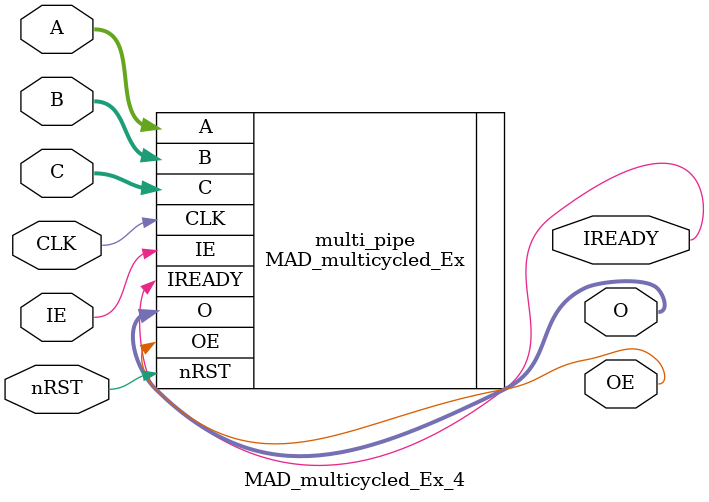
<source format=v>
`include "testdrive_system.vh"

module MAD_multicycled_Ex_4 (
	input					CLK,	// clock
	input					nRST,	// reset (active low)
	input					IE,		// input enable
	output					IREADY,	// input ready
	input	[63:0]			A,		// A
	input	[63:0]			B,		// B
	input	[63:0]			C,		// C
	output					OE,		// output enable
	output	[63:0]			O		// output
);

// definition & assignment ---------------------------------------------------

// implementation ------------------------------------------------------------
MAD_multicycled_Ex #(
	.CYCLE		(4),
	.COUNT		(1)
) multi_pipe (
	.CLK		(CLK),
	.nRST		(nRST),
	.IE			(IE),
	.IREADY		(IREADY),
	.A			(A),
	.B			(B),
	.C			(C),
	.OE			(OE),
	.O			(O)
);

endmodule

</source>
